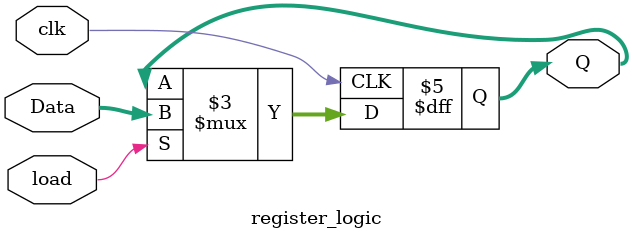
<source format=v>
`timescale 1ns / 1ps


module register_logic(
    input clk,
    input load,
    input [4:0] Data,
    output reg [4:0] Q
    );
   
    always @(posedge clk)
          begin
              if (load) begin
                   Q = Data;  
      end
      end
endmodule

</source>
